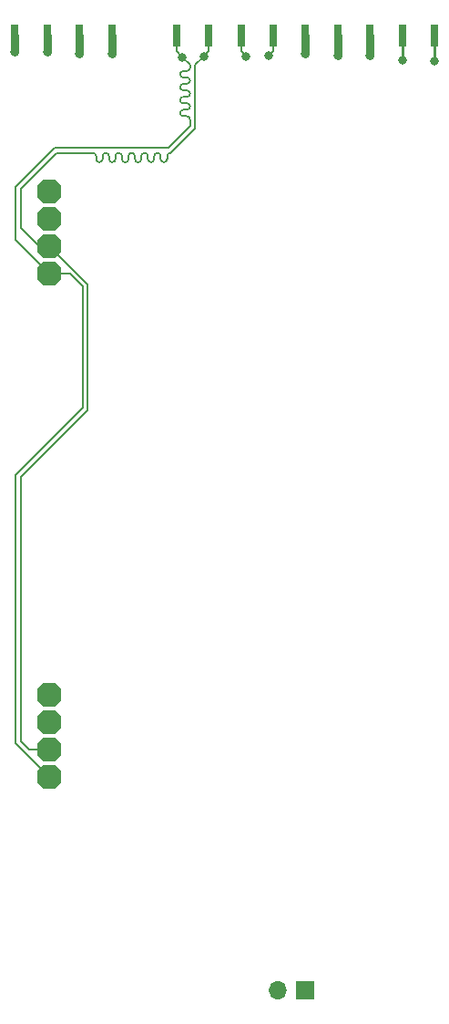
<source format=gbr>
%TF.GenerationSoftware,KiCad,Pcbnew,(6.0.1)*%
%TF.CreationDate,2022-01-31T09:22:11+01:00*%
%TF.ProjectId,GRIPPER_TWO_ADVANCED_CONECTION_BOARD,47524950-5045-4525-9f54-574f5f414456,rev?*%
%TF.SameCoordinates,Original*%
%TF.FileFunction,Copper,L2,Bot*%
%TF.FilePolarity,Positive*%
%FSLAX46Y46*%
G04 Gerber Fmt 4.6, Leading zero omitted, Abs format (unit mm)*
G04 Created by KiCad (PCBNEW (6.0.1)) date 2022-01-31 09:22:11*
%MOMM*%
%LPD*%
G01*
G04 APERTURE LIST*
G04 Aperture macros list*
%AMOutline5P*
0 Free polygon, 5 corners , with rotation*
0 The origin of the aperture is its center*
0 number of corners: always 5*
0 $1 to $10 corner X, Y*
0 $11 Rotation angle, in degrees counterclockwise*
0 create outline with 5 corners*
4,1,5,$1,$2,$3,$4,$5,$6,$7,$8,$9,$10,$1,$2,$11*%
%AMOutline6P*
0 Free polygon, 6 corners , with rotation*
0 The origin of the aperture is its center*
0 number of corners: always 6*
0 $1 to $12 corner X, Y*
0 $13 Rotation angle, in degrees counterclockwise*
0 create outline with 6 corners*
4,1,6,$1,$2,$3,$4,$5,$6,$7,$8,$9,$10,$11,$12,$1,$2,$13*%
%AMOutline7P*
0 Free polygon, 7 corners , with rotation*
0 The origin of the aperture is its center*
0 number of corners: always 7*
0 $1 to $14 corner X, Y*
0 $15 Rotation angle, in degrees counterclockwise*
0 create outline with 7 corners*
4,1,7,$1,$2,$3,$4,$5,$6,$7,$8,$9,$10,$11,$12,$13,$14,$1,$2,$15*%
%AMOutline8P*
0 Free polygon, 8 corners , with rotation*
0 The origin of the aperture is its center*
0 number of corners: always 8*
0 $1 to $16 corner X, Y*
0 $17 Rotation angle, in degrees counterclockwise*
0 create outline with 8 corners*
4,1,8,$1,$2,$3,$4,$5,$6,$7,$8,$9,$10,$11,$12,$13,$14,$15,$16,$1,$2,$17*%
G04 Aperture macros list end*
%TA.AperFunction,SMDPad,CuDef*%
%ADD10R,0.800000X2.000000*%
%TD*%
%TA.AperFunction,ComponentPad*%
%ADD11R,1.700000X1.700000*%
%TD*%
%TA.AperFunction,ComponentPad*%
%ADD12O,1.700000X1.700000*%
%TD*%
%TA.AperFunction,ComponentPad*%
%ADD13Outline8P,-1.079500X0.539750X-0.539750X1.079500X0.539750X1.079500X1.079500X0.539750X1.079500X-0.539750X0.539750X-1.079500X-0.539750X-1.079500X-1.079500X-0.539750X0.000000*%
%TD*%
%TA.AperFunction,ViaPad*%
%ADD14C,0.800000*%
%TD*%
%TA.AperFunction,Conductor*%
%ADD15C,0.800000*%
%TD*%
%TA.AperFunction,Conductor*%
%ADD16C,0.200000*%
%TD*%
%TA.AperFunction,Conductor*%
%ADD17C,1.270000*%
%TD*%
%TA.AperFunction,Conductor*%
%ADD18C,0.250000*%
%TD*%
G04 APERTURE END LIST*
D10*
%TO.P,MOTOR_2,2,P*%
%TO.N,/MOTOR_2*%
X151300000Y-60300000D03*
%TD*%
D11*
%TO.P,J1,1,Pin_1*%
%TO.N,/RX*%
X169275000Y-149000000D03*
D12*
%TO.P,J1,2,Pin_2*%
%TO.N,/TX*%
X166735000Y-149000000D03*
%TD*%
D13*
%TO.P,LSP16,MP,MP*%
%TO.N,/RS485-*%
X145502000Y-126659900D03*
%TD*%
D10*
%TO.P,12V1,2,P*%
%TO.N,/12V*%
X172300000Y-60300000D03*
%TD*%
%TO.P,RS485+1,2,P*%
%TO.N,/RS485+*%
X157300000Y-60300000D03*
%TD*%
%TO.P,MOTOR_1,2,P*%
%TO.N,/MOTOR_1*%
X148300000Y-60300000D03*
%TD*%
%TO.P,RS485-1,2,P*%
%TO.N,/RS485-*%
X160300000Y-60300000D03*
%TD*%
D13*
%TO.P,LSP15,MP,MP*%
%TO.N,/RS485+*%
X145502000Y-82463900D03*
%TD*%
%TO.P,LSP10,MP,MP*%
%TO.N,/MOTOR_1*%
X145502000Y-77383900D03*
%TD*%
D10*
%TO.P,RX1,2,P*%
%TO.N,/RX*%
X181300000Y-60300000D03*
%TD*%
D13*
%TO.P,LSP14,MP,MP*%
%TO.N,/MOTOR_2*%
X145502000Y-124119900D03*
%TD*%
%TO.P,LSP13,MP,MP*%
%TO.N,GNDPWR*%
X145502000Y-121579900D03*
%TD*%
%TO.P,LSP11,MP,MP*%
%TO.N,/RS485+*%
X145502000Y-129199900D03*
%TD*%
D10*
%TO.P,CAN_L1,2,P*%
%TO.N,/CAN-*%
X163300000Y-60300000D03*
%TD*%
%TO.P,PGND1,2,P*%
%TO.N,GNDPWR*%
X145300000Y-60300000D03*
%TD*%
%TO.P,CAN_H1,2,P*%
%TO.N,/CAN+*%
X166300000Y-60300000D03*
%TD*%
D13*
%TO.P,LSP12,MP,MP*%
%TO.N,/RS485-*%
X145502000Y-79923900D03*
%TD*%
D10*
%TO.P,12V_GND1,2,P*%
%TO.N,/GND*%
X169300000Y-60300000D03*
%TD*%
%TO.P,TX1,2,P*%
%TO.N,/TX*%
X178300000Y-60300000D03*
%TD*%
%TO.P,24V1,2,P*%
%TO.N,/24V*%
X142300000Y-60300000D03*
%TD*%
D13*
%TO.P,LSP9,MP,MP*%
%TO.N,GNDPWR*%
X145502000Y-74843900D03*
%TD*%
D10*
%TO.P,SAFETY1,2,P*%
%TO.N,/SAFETY*%
X175300000Y-60300000D03*
%TD*%
D14*
%TO.N,/12V*%
X172300000Y-62200000D03*
%TO.N,/CAN+*%
X165902501Y-62202501D03*
%TO.N,/CAN-*%
X163747500Y-62252500D03*
%TO.N,/RS485+*%
X157847499Y-62352501D03*
%TO.N,/RS485-*%
X159852500Y-62252500D03*
%TO.N,/MOTOR_1*%
X148300000Y-62000000D03*
%TO.N,/MOTOR_2*%
X151300000Y-62000000D03*
%TO.N,/24V*%
X142300000Y-61900000D03*
%TO.N,/SAFETY*%
X175300000Y-62200000D03*
%TO.N,/TX*%
X178300000Y-62600000D03*
%TO.N,/RX*%
X181300000Y-62700000D03*
%TO.N,/GND*%
X169300000Y-62000000D03*
%TO.N,GNDPWR*%
X145300000Y-61900000D03*
%TD*%
D15*
%TO.N,/12V*%
X172300000Y-62200000D02*
X172300000Y-60300000D01*
D16*
%TO.N,/CAN+*%
X166300000Y-61800000D02*
X166300000Y-60300000D01*
X165902501Y-62197499D02*
X166300000Y-61800000D01*
X165902501Y-62202501D02*
X165902501Y-62197499D01*
%TO.N,/CAN-*%
X163300000Y-61800000D02*
X163300000Y-60300000D01*
X163747500Y-62252500D02*
X163747500Y-62247500D01*
X163747500Y-62247500D02*
X163300000Y-61800000D01*
%TO.N,/RS485+*%
X156554503Y-70775000D02*
X146006800Y-70775000D01*
X142375000Y-74406800D02*
X142375000Y-79336900D01*
X142375000Y-126072900D02*
X145502000Y-129199900D01*
X147405603Y-82463900D02*
X148575000Y-83633297D01*
X157942094Y-67825000D02*
X158275000Y-67825000D01*
X158275000Y-67225000D02*
X157942094Y-67225000D01*
X158575000Y-68125000D02*
X158575000Y-68175000D01*
X158575000Y-68754503D02*
X156554503Y-70775000D01*
X158575000Y-63080001D02*
X158575000Y-63325000D01*
X148575000Y-94906800D02*
X142375000Y-101106800D01*
X142375000Y-101106800D02*
X142375000Y-126072900D01*
X145502000Y-82463900D02*
X147405603Y-82463900D01*
X158575000Y-68175000D02*
X158575000Y-68754503D01*
X158275000Y-64825000D02*
X157942094Y-64825000D01*
X142375000Y-79336900D02*
X145502000Y-82463900D01*
X158275000Y-63625000D02*
X157942094Y-63625000D01*
X148575000Y-83633297D02*
X148575000Y-94906800D01*
X157847499Y-62352501D02*
X158575000Y-63080001D01*
X157942094Y-66625000D02*
X158275000Y-66625000D01*
X157942094Y-65425000D02*
X158275000Y-65425000D01*
X157942094Y-64225000D02*
X158275000Y-64225000D01*
X146006800Y-70775000D02*
X142375000Y-74406800D01*
X157300000Y-59900000D02*
X157300000Y-61805001D01*
X157300000Y-61805001D02*
X157847499Y-62352501D01*
X158275000Y-66025000D02*
X157942094Y-66025000D01*
X157642094Y-66325000D02*
G75*
G02*
X157942094Y-66025000I300000J0D01*
G01*
X157642094Y-65125000D02*
G75*
G02*
X157942094Y-64825000I300000J0D01*
G01*
X158275000Y-67225000D02*
G75*
G03*
X158575000Y-66925000I0J300000D01*
G01*
X158575000Y-65725000D02*
G75*
G03*
X158275000Y-65425000I-300000J0D01*
G01*
X158275000Y-66025000D02*
G75*
G03*
X158575000Y-65725000I0J300000D01*
G01*
X157642094Y-67525000D02*
G75*
G02*
X157942094Y-67225000I300000J0D01*
G01*
X157942094Y-67825000D02*
G75*
G02*
X157642094Y-67525000I0J300000D01*
G01*
X157942094Y-65425000D02*
G75*
G02*
X157642094Y-65125000I0J300000D01*
G01*
X158275000Y-63625000D02*
G75*
G03*
X158575000Y-63325000I0J300000D01*
G01*
X157942094Y-64225000D02*
G75*
G02*
X157642094Y-63925000I0J300000D01*
G01*
X157642094Y-63925000D02*
G75*
G02*
X157942094Y-63625000I300000J0D01*
G01*
X157942094Y-66625000D02*
G75*
G02*
X157642094Y-66325000I0J300000D01*
G01*
X158575000Y-66925000D02*
G75*
G03*
X158275000Y-66625000I-300000J0D01*
G01*
X158575000Y-64525000D02*
G75*
G03*
X158275000Y-64225000I-300000J0D01*
G01*
X158575000Y-68125000D02*
G75*
G03*
X158275000Y-67825000I-300000J0D01*
G01*
X158275000Y-64825000D02*
G75*
G03*
X158575000Y-64525000I0J300000D01*
G01*
%TO.N,/RS485-*%
X150440900Y-71525000D02*
X150440900Y-71803551D01*
X156440900Y-71525000D02*
X156440900Y-71803551D01*
X159025000Y-63080001D02*
X159025000Y-68940900D01*
X153440900Y-71803551D02*
X153440900Y-71525000D01*
X159852500Y-62252500D02*
X159025000Y-63080001D01*
X155840900Y-71803551D02*
X155840900Y-71525000D01*
X142825000Y-101293200D02*
X142825000Y-125886503D01*
X160300000Y-61805001D02*
X159852500Y-62252500D01*
X160300000Y-59900000D02*
X160300000Y-61805001D01*
X142825000Y-78225000D02*
X144523900Y-79923900D01*
X149025000Y-95093200D02*
X142825000Y-101293200D01*
X149025000Y-83446900D02*
X149025000Y-95093200D01*
X155240900Y-71525000D02*
X155240900Y-71803551D01*
X159025000Y-68940900D02*
X156740900Y-71225000D01*
X154640900Y-71803551D02*
X154640900Y-71525000D01*
X145502000Y-79923900D02*
X149025000Y-83446900D01*
X142825000Y-125886503D02*
X143598397Y-126659900D01*
X151040900Y-71803551D02*
X151040900Y-71525000D01*
X151640900Y-71525000D02*
X151640900Y-71803551D01*
X142825000Y-74593200D02*
X142825000Y-78225000D01*
X147090900Y-71225000D02*
X146193200Y-71225000D01*
X152240900Y-71803551D02*
X152240900Y-71525000D01*
X146193200Y-71225000D02*
X142825000Y-74593200D01*
X152840900Y-71525000D02*
X152840900Y-71803551D01*
X144523900Y-79923900D02*
X145502000Y-79923900D01*
X149540900Y-71225000D02*
X147090900Y-71225000D01*
X154040900Y-71525000D02*
X154040900Y-71803551D01*
X149840900Y-71803551D02*
X149840900Y-71525000D01*
X143598397Y-126659900D02*
X145502000Y-126659900D01*
X154040900Y-71525000D02*
G75*
G02*
X154340900Y-71225000I300000J0D01*
G01*
X155240900Y-71525000D02*
G75*
G02*
X155540900Y-71225000I300000J0D01*
G01*
X154640900Y-71803551D02*
G75*
G03*
X154940900Y-72103551I300000J0D01*
G01*
X149840900Y-71803551D02*
G75*
G03*
X150140900Y-72103551I300000J0D01*
G01*
X153440900Y-71803551D02*
G75*
G03*
X153740900Y-72103551I300000J0D01*
G01*
X156440900Y-71525000D02*
G75*
G02*
X156740900Y-71225000I300000J0D01*
G01*
X151340900Y-72103551D02*
G75*
G03*
X151640900Y-71803551I0J300000D01*
G01*
X154340900Y-71225000D02*
G75*
G02*
X154640900Y-71525000I0J-300000D01*
G01*
X150140900Y-72103551D02*
G75*
G03*
X150440900Y-71803551I0J300000D01*
G01*
X153140900Y-71225000D02*
G75*
G02*
X153440900Y-71525000I0J-300000D01*
G01*
X151640900Y-71525000D02*
G75*
G02*
X151940900Y-71225000I300000J0D01*
G01*
X155840900Y-71803551D02*
G75*
G03*
X156140900Y-72103551I300000J0D01*
G01*
X156140900Y-72103551D02*
G75*
G03*
X156440900Y-71803551I0J300000D01*
G01*
X153740900Y-72103551D02*
G75*
G03*
X154040900Y-71803551I0J300000D01*
G01*
X151040900Y-71803551D02*
G75*
G03*
X151340900Y-72103551I300000J0D01*
G01*
X154940900Y-72103551D02*
G75*
G03*
X155240900Y-71803551I0J300000D01*
G01*
X155540900Y-71225000D02*
G75*
G02*
X155840900Y-71525000I0J-300000D01*
G01*
X149540900Y-71225000D02*
G75*
G02*
X149840900Y-71525000I0J-300000D01*
G01*
X152840900Y-71525000D02*
G75*
G02*
X153140900Y-71225000I300000J0D01*
G01*
X152240900Y-71803551D02*
G75*
G03*
X152540900Y-72103551I300000J0D01*
G01*
X150440900Y-71525000D02*
G75*
G02*
X150740900Y-71225000I300000J0D01*
G01*
X152540900Y-72103551D02*
G75*
G03*
X152840900Y-71803551I0J300000D01*
G01*
X151940900Y-71225000D02*
G75*
G02*
X152240900Y-71525000I0J-300000D01*
G01*
X150740900Y-71225000D02*
G75*
G02*
X151040900Y-71525000I0J-300000D01*
G01*
D17*
%TO.N,/MOTOR_1*%
X145694122Y-77383900D02*
X145552800Y-77383900D01*
D15*
X148300000Y-62000000D02*
X148300000Y-60300000D01*
%TO.N,/MOTOR_2*%
X151300000Y-60300000D02*
X151300000Y-62000000D01*
%TO.N,/24V*%
X142300000Y-60300000D02*
X142300000Y-61900000D01*
%TO.N,/SAFETY*%
X175300000Y-62200000D02*
X175300000Y-60300000D01*
D18*
%TO.N,/TX*%
X178300000Y-62600000D02*
X178300000Y-60300000D01*
%TO.N,/RX*%
X181300000Y-62700000D02*
X181300000Y-60300000D01*
D15*
%TO.N,/GND*%
X169300000Y-60300000D02*
X169300000Y-62000000D01*
%TO.N,GNDPWR*%
X145300000Y-60300000D02*
X145300000Y-61900000D01*
%TD*%
M02*

</source>
